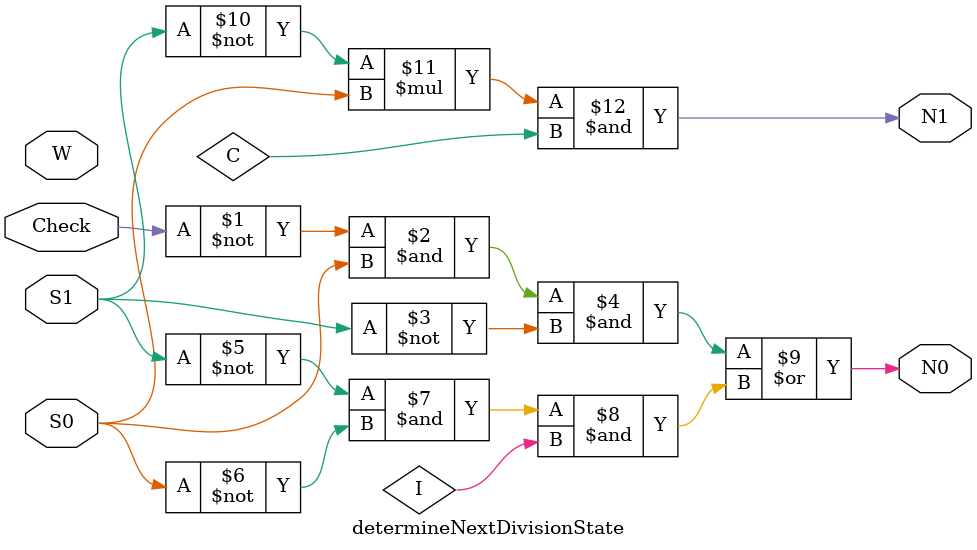
<source format=v>

module determineNextDivisionState(W, S1, S0, Check, N0, N1);
  input W;
  input S0;
  input S1;
  input Check;
  output N0;
  output N1;

  assign N0 = (~Check & S0 & ~S1) | (~S1 & ~S0 & I);
  assign N1 = ~S1 * S0 & C;

endmodule


</source>
